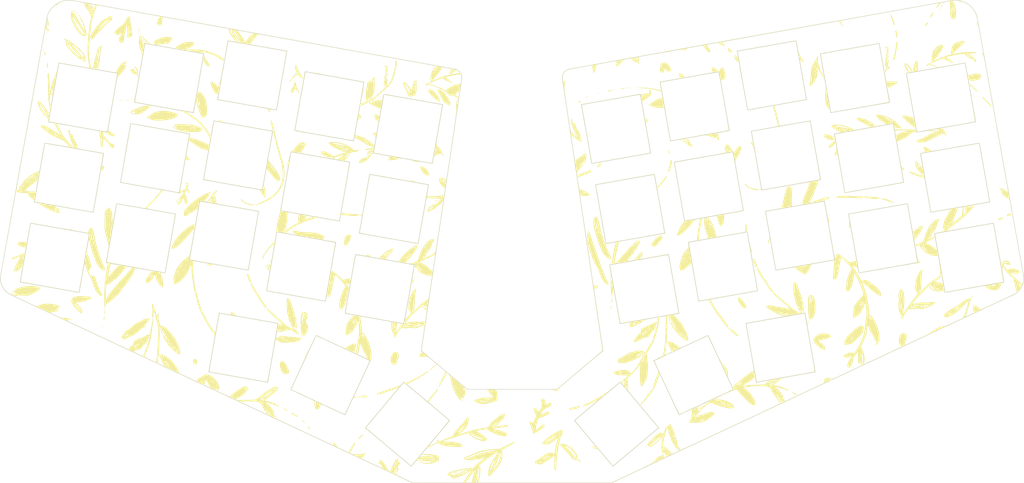
<source format=kicad_pcb>
(kicad_pcb (version 20211014) (generator pcbnew)
  (title_block (title "Top Plate for Amarilis Keyboard") (date "2023-03-17") (rev "1.0") (company "@tangzero"))
  (layers (0 "F.Cu" signal) (31 "B.Cu" signal) (34 "B.Paste" user) (35 "F.Paste" user) (36 "B.SilkS" user "B.Silkscreen") (37 "F.SilkS" user "F.Silkscreen") (38 "B.Mask" user) (39 "F.Mask" user) (44 "Edge.Cuts" user))
  (net 0 "")
  (footprint "kbd:thread_m2" (layer "F.Cu") (at 245.953531 107.631475)
    (fp_text reference "Ref**" hide)
    (fp_text value "Val**" hide)
    (pad "" np_thru_hole circle locked (at 0 0) (size 2.3 2.3) (drill 2.3) (layers F&B.Cu *.Mask))
  )
  (footprint "kbd:SW_Hole" (layer "F.Cu") (at 44.271054 85.715056 -10)
    (fp_text reference "SW11" hide)
    (fp_text value "SW_PUSH" hide)
    (fp_line (start -7 -7) (end -7 7) (layer "Edge.Cuts") (width 0.12))
    (fp_line (start -7 7) (end 7 7) (layer "Edge.Cuts") (width 0.12))
    (fp_line (start 7 7) (end 7 -7) (layer "Edge.Cuts") (width 0.12))
    (fp_line (start 7 -7) (end -7 -7) (layer "Edge.Cuts") (width 0.12))
  )
  (footprint "kbd:thread_m2" (layer "F.Cu") (at 112.976295 80.034293)
    (fp_text reference "Ref**" hide)
    (fp_text value "Val**" hide)
    (pad "" np_thru_hole circle locked (at 0 0) (size 2.3 2.3) (drill 2.3) (layers F&B.Cu *.Mask))
  )
  (footprint "kbd:SW_Hole" (layer "F.Cu") (at 110.122091 144.600068 -40)
    (fp_text reference "SW33" hide)
    (fp_text value "SW_PUSH" hide)
    (fp_line (start 2.525 -2.525) (end 16.525 -2.525) (layer "Edge.Cuts") (width 0.12))
    (fp_line (start 16.525 -2.525) (end 16.525 -16.525) (layer "Edge.Cuts") (width 0.12))
    (fp_line (start 2.525 -16.525) (end 2.525 -2.525) (layer "Edge.Cuts") (width 0.12))
    (fp_line (start 16.525 -16.525) (end 2.525 -16.525) (layer "Edge.Cuts") (width 0.12))
  )
  (footprint "kbd:thread_m2" (layer "F.Cu") (at 237.418722 59.228173)
    (fp_text reference "Ref**" hide)
    (fp_text value "Val**" hide)
    (pad "" np_thru_hole circle locked (at 0 0) (size 2.3 2.3) (drill 2.3) (layers F&B.Cu *.Mask))
  )
  (footprint "kbd:SW_Hole" (layer "F.Cu") (at 98.634005 106.521175 -10)
    (fp_text reference "SW24" hide)
    (fp_text value "SW_PUSH" hide)
    (fp_line (start 7 7) (end 7 -7) (layer "Edge.Cuts") (width 0.12))
    (fp_line (start -7 7) (end 7 7) (layer "Edge.Cuts") (width 0.12))
    (fp_line (start 7 -7) (end -7 -7) (layer "Edge.Cuts") (width 0.12))
    (fp_line (start -7 -7) (end -7 7) (layer "Edge.Cuts") (width 0.12))
  )
  (footprint "kbd:SW_Hole" (layer "F.Cu") (at 64.420827 81.144592 -10)
    (fp_text reference "SW12" hide)
    (fp_text value "SW_PUSH" hide)
    (fp_line (start 7 -7) (end -7 -7) (layer "Edge.Cuts") (width 0.12))
    (fp_line (start -7 7) (end 7 7) (layer "Edge.Cuts") (width 0.12))
    (fp_line (start 7 7) (end 7 -7) (layer "Edge.Cuts") (width 0.12))
    (fp_line (start -7 -7) (end -7 7) (layer "Edge.Cuts") (width 0.12))
  )
  (footprint "kbd:thread_m2" (layer "F.Cu") (at 183.055772 80.034293)
    (fp_text reference "Ref**" hide)
    (fp_text value "Val**" hide)
    (pad "" np_thru_hole circle locked (at 0 0) (size 2.3 2.3) (drill 2.3) (layers F&B.Cu *.Mask))
  )
  (footprint "kbd:SW_Hole" (layer "F.Cu") (at 117.047296 111.798789 -10)
    (fp_text reference "SW25" hide)
    (fp_text value "SW_PUSH" hide)
    (fp_line (start -7 -7) (end -7 7) (layer "Edge.Cuts") (width 0.12))
    (fp_line (start 7 7) (end 7 -7) (layer "Edge.Cuts") (width 0.12))
    (fp_line (start 7 -7) (end -7 -7) (layer "Edge.Cuts") (width 0.12))
    (fp_line (start -7 7) (end 7 7) (layer "Edge.Cuts") (width 0.12))
  )
  (footprint "kbd:SW_Hole" (layer "F.Cu") (at 228.303242 62.384004 10)
    (fp_text reference "SW9" hide)
    (fp_text value "SW_PUSH" hide)
    (fp_line (start -7 -7) (end -7 7) (layer "Edge.Cuts") (width 0.12))
    (fp_line (start -7 7) (end 7 7) (layer "Edge.Cuts") (width 0.12))
    (fp_line (start 7 7) (end 7 -7) (layer "Edge.Cuts") (width 0.12))
    (fp_line (start 7 -7) (end -7 -7) (layer "Edge.Cuts") (width 0.12))
  )
  (footprint "kbd:SW_Hole" (layer "F.Cu") (at 234.919238 99.90518 10)
    (fp_text reference "SW29" hide)
    (fp_text value "SW_PUSH" hide)
    (fp_line (start -7 -7) (end -7 7) (layer "Edge.Cuts") (width 0.12))
    (fp_line (start 7 7) (end 7 -7) (layer "Edge.Cuts") (width 0.12))
    (fp_line (start 7 -7) (end -7 -7) (layer "Edge.Cuts") (width 0.12))
    (fp_line (start -7 7) (end 7 7) (layer "Edge.Cuts") (width 0.12))
  )
  (footprint "kbd:SW_Hole" (layer "F.Cu") (at 185.909976 144.600067 40)
    (fp_text reference "SW34" hide)
    (fp_text value "SW_PUSH" hide)
    (fp_line (start -2.525 -2.525) (end -2.525 -16.525) (layer "Edge.Cuts") (width 0.12))
    (fp_line (start -2.525 -16.525) (end -16.525 -16.525) (layer "Edge.Cuts") (width 0.12))
    (fp_line (start -16.525 -16.525) (end -16.525 -2.525) (layer "Edge.Cuts") (width 0.12))
    (fp_line (start -16.525 -2.525) (end -2.525 -2.525) (layer "Edge.Cuts") (width 0.12))
  )
  (footprint "kbd:SW_Hole" (layer "F.Cu") (at 215.464057 99.273946 10)
    (fp_text reference "SW28" hide)
    (fp_text value "SW_PUSH" hide)
    (fp_line (start -7 -7) (end -7 7) (layer "Edge.Cuts") (width 0.12))
    (fp_line (start -7 7) (end 7 7) (layer "Edge.Cuts") (width 0.12))
    (fp_line (start 7 7) (end 7 -7) (layer "Edge.Cuts") (width 0.12))
    (fp_line (start 7 -7) (end -7 -7) (layer "Edge.Cuts") (width 0.12))
  )
  (footprint "kbd:SW_Hole" (layer "F.Cu") (at 61.112829 99.90518 -10)
    (fp_text reference "SW22" hide)
    (fp_text value "SW_PUSH" hide)
    (fp_line (start -7 7) (end 7 7) (layer "Edge.Cuts") (width 0.12))
    (fp_line (start -7 -7) (end -7 7) (layer "Edge.Cuts") (width 0.12))
    (fp_line (start 7 7) (end 7 -7) (layer "Edge.Cuts") (width 0.12))
    (fp_line (start 7 -7) (end -7 -7) (layer "Edge.Cuts") (width 0.12))
  )
  (footprint "kbd:thread_m2" (layer "F.Cu") (at 148.015842 144.252025)
    (fp_text reference "Ref**" hide)
    (fp_text value "Val**" hide)
    (pad "" np_thru_hole circle locked (at 0 0) (size 2.3 2.3) (drill 2.3) (layers F&B.Cu *.Mask))
  )
  (footprint "kbd:SW_Hole" (layer "F.Cu") (at 255.069011 104.475644 10)
    (fp_text reference "SW30" hide)
    (fp_text value "SW_PUSH" hide)
    (fp_line (start 7 -7) (end -7 -7) (layer "Edge.Cuts") (width 0.12))
    (fp_line (start -7 7) (end 7 7) (layer "Edge.Cuts") (width 0.12))
    (fp_line (start 7 7) (end 7 -7) (layer "Edge.Cuts") (width 0.12))
    (fp_line (start -7 -7) (end -7 7) (layer "Edge.Cuts") (width 0.12))
  )
  (footprint "kbd:SW_Hole" (layer "F.Cu") (at 83.876008 80.513359 -10)
    (fp_text reference "SW13" hide)
    (fp_text value "SW_PUSH" hide)
    (fp_line (start -7 7) (end 7 7) (layer "Edge.Cuts") (width 0.12))
    (fp_line (start 7 7) (end 7 -7) (layer "Edge.Cuts") (width 0.12))
    (fp_line (start -7 -7) (end -7 7) (layer "Edge.Cuts") (width 0.12))
    (fp_line (start 7 -7) (end -7 -7) (layer "Edge.Cuts") (width 0.12))
  )
  (footprint "kbd:SW_Hole" (layer "F.Cu") (at 92.856928 136.549189 -25)
    (fp_text reference "SW32" hide)
    (fp_text value "SW_PUSH" hide)
    (fp_line (start 16.525 -2.525) (end 16.525 -16.525) (layer "Edge.Cuts") (width 0.12))
    (fp_line (start 16.525 -16.525) (end 2.525 -16.525) (layer "Edge.Cuts") (width 0.12))
    (fp_line (start 2.525 -16.525) (end 2.525 -2.525) (layer "Edge.Cuts") (width 0.12))
    (fp_line (start 2.525 -2.525) (end 16.525 -2.525) (layer "Edge.Cuts") (width 0.12))
  )
  (footprint "kbd:thread_m2" (layer "F.Cu") (at 195.124261 119.284026)
    (fp_text reference "Ref**" hide)
    (fp_text value "Val**" hide)
    (pad "" np_thru_hole circle locked (at 0 0) (size 2.3 2.3) (drill 2.3) (layers F&B.Cu *.Mask))
  )
  (footprint "kbd:SW_Hole" (layer "F.Cu") (at 251.761013 85.715056 10)
    (fp_text reference "SW20" hide)
    (fp_text value "SW_PUSH" hide)
    (fp_line (start 7 -7) (end -7 -7) (layer "Edge.Cuts") (width 0.12))
    (fp_line (start -7 7) (end 7 7) (layer "Edge.Cuts") (width 0.12))
    (fp_line (start 7 7) (end 7 -7) (layer "Edge.Cuts") (width 0.12))
    (fp_line (start -7 -7) (end -7 7) (layer "Edge.Cuts") (width 0.12))
  )
  (footprint "kbd:thread_m2" (layer "F.Cu") (at 100.907806 119.284026)
    (fp_text reference "Ref**" hide)
    (fp_text value "Val**" hide)
    (pad "" np_thru_hole circle locked (at 0 0) (size 2.3 2.3) (drill 2.3) (layers F&B.Cu *.Mask))
  )
  (footprint "kbd:thread_m2" (layer "F.Cu") (at 50.078536 107.631475)
    (fp_text reference "Ref**" hide)
    (fp_text value "Val**" hide)
    (pad "" np_thru_hole circle locked (at 0 0) (size 2.3 2.3) (drill 2.3) (layers F&B.Cu *.Mask))
  )
  (footprint "kbd:SW_Hole" (layer "F.Cu") (at 190.782067 69 10)
    (fp_text reference "SW7" hide)
    (fp_text value "SW_PUSH" hide)
    (fp_line (start -7 -7) (end -7 7) (layer "Edge.Cuts") (width 0.12))
    (fp_line (start 7 7) (end 7 -7) (layer "Edge.Cuts") (width 0.12))
    (fp_line (start 7 -7) (end -7 -7) (layer "Edge.Cuts") (width 0.12))
    (fp_line (start -7 7) (end 7 7) (layer "Edge.Cuts") (width 0.12))
  )
  (footprint "kbd:SW_Hole" (layer "F.Cu") (at 105.25 69 -10)
    (fp_text reference "SW4" hide)
    (fp_text value "SW_PUSH" hide)
    (fp_line (start -7 -7) (end -7 7) (layer "Edge.Cuts") (width 0.12))
    (fp_line (start -7 7) (end 7 7) (layer "Edge.Cuts") (width 0.12))
    (fp_line (start 7 7) (end 7 -7) (layer "Edge.Cuts") (width 0.12))
    (fp_line (start 7 -7) (end -7 -7) (layer "Edge.Cuts") (width 0.12))
  )
  (footprint "kbd:SW_Hole" (layer "F.Cu") (at 87.184005 61.752771 -10)
    (fp_text reference "SW3" hide)
    (fp_text value "SW_PUSH" hide)
    (fp_line (start -7 -7) (end -7 7) (layer "Edge.Cuts") (width 0.12))
    (fp_line (start 7 -7) (end -7 -7) (layer "Edge.Cuts") (width 0.12))
    (fp_line (start 7 7) (end 7 -7) (layer "Edge.Cuts") (width 0.12))
    (fp_line (start -7 7) (end 7 7) (layer "Edge.Cuts") (width 0.12))
  )
  (footprint "kbd:SW_Hole" (layer "F.Cu") (at 120.355294 93.038201 -10)
    (fp_text reference "SW15" hide)
    (fp_text value "SW_PUSH" hide)
    (fp_line (start 7 7) (end 7 -7) (layer "Edge.Cuts") (width 0.12))
    (fp_line (start -7 7) (end 7 7) (layer "Edge.Cuts") (width 0.12))
    (fp_line (start -7 -7) (end -7 7) (layer "Edge.Cuts") (width 0.12))
    (fp_line (start 7 -7) (end -7 -7) (layer "Edge.Cuts") (width 0.12))
  )
  (footprint "kbd:thread_m2" (layer "F.Cu") (at 58.613345 59.228174)
    (fp_text reference "Ref**" hide)
    (fp_text value "Val**" hide)
    (pad "" np_thru_hole circle locked (at 0 0) (size 2.3 2.3) (drill 2.3) (layers *.Cu *.Mask))
  )
  (footprint "kbd:SW_Hole" (layer "F.Cu") (at 67.728825 62.384004 -10)
    (fp_text reference "SW2" hide)
    (fp_text value "SW_PUSH" hide)
    (fp_line (start -7 7) (end 7 7) (layer "Edge.Cuts") (width 0.12))
    (fp_line (start 7 -7) (end -7 -7) (layer "Edge.Cuts") (width 0.12))
    (fp_line (start -7 -7) (end -7 7) (layer "Edge.Cuts") (width 0.12))
    (fp_line (start 7 7) (end 7 -7) (layer "Edge.Cuts") (width 0.12))
  )
  (footprint "kbd:SW_Hole" (layer "F.Cu") (at 203.175139 136.549189 25)
    (fp_text reference "SW35" hide)
    (fp_text value "SW_PUSH" hide)
    (fp_line (start -2.525 -16.525) (end -16.525 -16.525) (layer "Edge.Cuts") (width 0.12))
    (fp_line (start -16.525 -16.525) (end -16.525 -2.525) (layer "Edge.Cuts") (width 0.12))
    (fp_line (start -16.525 -2.525) (end -2.525 -2.525) (layer "Edge.Cuts") (width 0.12))
    (fp_line (start -2.525 -2.525) (end -2.525 -16.525) (layer "Edge.Cuts") (width 0.12))
  )
  (footprint "custom:top-plate-pattern" (layer "F.Cu") (at 148 100.65)
    (fp_text reference "G***" hide)
    (fp_text value "LOGO" hide)
  )
  (footprint "kbd:SW_Hole" (layer "F.Cu") (at 80.56801 99.273946 -10)
    (fp_text reference "SW23" hide)
    (fp_text value "SW_PUSH" hide)
    (fp_line (start -7 7) (end 7 7) (layer "Edge.Cuts") (width 0.12))
    (fp_line (start -7 -7) (end -7 7) (layer "Edge.Cuts") (width 0.12))
    (fp_line (start 7 -7) (end -7 -7) (layer "Edge.Cuts") (width 0.12))
    (fp_line (start 7 7) (end 7 -7) (layer "Edge.Cuts") (width 0.12))
  )
  (footprint "kbd:SW_Hole" (layer "F.Cu") (at 172.368775 74.277613 10)
    (fp_text reference "SW6" hide)
    (fp_text value "SW_PUSH" hide)
    (fp_line (start 7 7) (end 7 -7) (layer "Edge.Cuts") (width 0.12))
    (fp_line (start 7 -7) (end -7 -7) (layer "Edge.Cuts") (width 0.12))
    (fp_line (start -7 -7) (end -7 7) (layer "Edge.Cuts") (width 0.12))
    (fp_line (start -7 7) (end 7 7) (layer "Edge.Cuts") (width 0.12))
  )
  (footprint "kbd:SW_Hole" (layer "F.Cu") (at 208.848062 61.752771 10)
    (fp_text reference "SW8" hide)
    (fp_text value "SW_PUSH" hide)
    (fp_line (start -7 7) (end 7 7) (layer "Edge.Cuts") (width 0.12))
    (fp_line (start 7 7) (end 7 -7) (layer "Edge.Cuts") (width 0.12))
    (fp_line (start -7 -7) (end -7 7) (layer "Edge.Cuts") (width 0.12))
    (fp_line (start 7 -7) (end -7 -7) (layer "Edge.Cuts") (width 0.12))
  )
  (footprint "kbd:SW_Hole" (layer "F.Cu") (at 123.663292 74.277613 -10)
    (fp_text reference "SW5" hide)
    (fp_text value "SW_PUSH" hide)
    (fp_line (start 7 -7) (end -7 -7) (layer "Edge.Cuts") (width 0.12))
    (fp_line (start -7 -7) (end -7 7) (layer "Edge.Cuts") (width 0.12))
    (fp_line (start -7 7) (end 7 7) (layer "Edge.Cuts") (width 0.12))
    (fp_line (start 7 7) (end 7 -7) (layer "Edge.Cuts") (width 0.12))
  )
  (footprint "kbd:SW_Hole" (layer "F.Cu") (at 212.156059 80.513359 10)
    (fp_text reference "SW18" hide)
    (fp_text value "SW_PUSH" hide)
    (fp_line (start 7 7) (end 7 -7) (layer "Edge.Cuts") (width 0.12))
    (fp_line (start 7 -7) (end -7 -7) (layer "Edge.Cuts") (width 0.12))
    (fp_line (start -7 -7) (end -7 7) (layer "Edge.Cuts") (width 0.12))
    (fp_line (start -7 7) (end 7 7) (layer "Edge.Cuts") (width 0.12))
  )
  (footprint "kbd:SW_Hole" (layer "F.Cu") (at 85.130633 125.514897 -10)
    (fp_text reference "SW31" hide)
    (fp_text value "SW_PUSH" hide)
    (fp_line (start -7 7) (end 7 7) (layer "Edge.Cuts") (width 0.12))
    (fp_line (start 7 -7) (end -7 -7) (layer "Edge.Cuts") (width 0.12))
    (fp_line (start -7 -7) (end -7 7) (layer "Edge.Cuts") (width 0.12))
    (fp_line (start 7 7) (end 7 -7) (layer "Edge.Cuts") (width 0.12))
  )
  (footprint "kbd:SW_Hole" (layer "F.Cu") (at 248.453015 66.954468 10)
    (fp_text reference "SW10" hide)
    (fp_text value "SW_PUSH" hide)
    (fp_line (start 7 -7) (end -7 -7) (layer "Edge.Cuts") (width 0.12))
    (fp_line (start -7 -7) (end -7 7) (layer "Edge.Cuts") (width 0.12))
    (fp_line (start 7 7) (end 7 -7) (layer "Edge.Cuts") (width 0.12))
    (fp_line (start -7 7) (end 7 7) (layer "Edge.Cuts") (width 0.12))
  )
  (footprint "kbd:SW_Hole" (layer "F.Cu") (at 40.963056 104.475644 -10)
    (fp_text reference "SW21" hide)
    (fp_text value "SW_PUSH" hide)
    (fp_line (start -7 -7) (end -7 7) (layer "Edge.Cuts") (width 0.12))
    (fp_line (start 7 -7) (end -7 -7) (layer "Edge.Cuts") (width 0.12))
    (fp_line (start -7 7) (end 7 7) (layer "Edge.Cuts") (width 0.12))
    (fp_line (start 7 7) (end 7 -7) (layer "Edge.Cuts") (width 0.12))
  )
  (footprint "kbd:SW_Hole" (layer "F.Cu") (at 197.398062 106.521175 10)
    (fp_text reference "SW27" hide)
    (fp_text value "SW_PUSH" hide)
    (fp_line (start 7 -7) (end -7 -7) (layer "Edge.Cuts") (width 0.12))
    (fp_line (start 7 7) (end 7 -7) (layer "Edge.Cuts") (width 0.12))
    (fp_line (start -7 7) (end 7 7) (layer "Edge.Cuts") (width 0.12))
    (fp_line (start -7 -7) (end -7 7) (layer "Edge.Cuts") (width 0.12))
  )
  (footprint "kbd:SW_Hole" (layer "F.Cu") (at 101.942002 87.760588 -10)
    (fp_text reference "SW14" hide)
    (fp_text value "SW_PUSH" hide)
    (fp_line (start -7 -7) (end -7 7) (layer "Edge.Cuts") (width 0.12))
    (fp_line (start -7 7) (end 7 7) (layer "Edge.Cuts") (width 0.12))
    (fp_line (start 7 -7) (end -7 -7) (layer "Edge.Cuts") (width 0.12))
    (fp_line (start 7 7) (end 7 -7) (layer "Edge.Cuts") (width 0.12))
  )
  (footprint "kbd:SW_Hole" (layer "F.Cu") (at 210.901434 125.514897 10)
    (fp_text reference "SW36" hide)
    (fp_text value "SW_PUSH" hide)
    (fp_line (start -7 -7) (end -7 7) (layer "Edge.Cuts") (width 0.12))
    (fp_line (start 7 -7) (end -7 -7) (layer "Edge.Cuts") (width 0.12))
    (fp_line (start -7 7) (end 7 7) (layer "Edge.Cuts") (width 0.12))
    (fp_line (start 7 7) (end 7 -7) (layer "Edge.Cuts") (width 0.12))
  )
  (footprint "kbd:SW_Hole" (layer "F.Cu") (at 178.984771 111.798788 10)
    (fp_text reference "SW26" hide)
    (fp_text value "SW_PUSH" hide)
    (fp_line (start 7 -7) (end -7 -7) (layer "Edge.Cuts") (width 0.12))
    (fp_line (start -7 7) (end 7 7) (layer "Edge.Cuts") (width 0.12))
    (fp_line (start 7 7) (end 7 -7) (layer "Edge.Cuts") (width 0.12))
    (fp_line (start -7 -7) (end -7 7) (layer "Edge.Cuts") (width 0.12))
  )
  (footprint "kbd:SW_Hole" (layer "F.Cu") (at 231.61124 81.144592 10)
    (fp_text reference "SW19" hide)
    (fp_text value "SW_PUSH" hide)
    (fp_line (start -7 7) (end 7 7) (layer "Edge.Cuts") (width 0.12))
    (fp_line (start -7 -7) (end -7 7) (layer "Edge.Cuts") (width 0.12))
    (fp_line (start 7 7) (end 7 -7) (layer "Edge.Cuts") (width 0.12))
    (fp_line (start 7 -7) (end -7 -7) (layer "Edge.Cuts") (width 0.12))
  )
  (footprint "kbd:SW_Hole" (layer "F.Cu") (at 194.090064 87.760587 10)
    (fp_text reference "SW17" hide)
    (fp_text value "SW_PUSH" hide)
    (fp_line (start -7 7) (end 7 7) (layer "Edge.Cuts") (width 0.12))
    (fp_line (start 7 7) (end 7 -7) (layer "Edge.Cuts") (width 0.12))
    (fp_line (start -7 -7) (end -7 7) (layer "Edge.Cuts") (width 0.12))
    (fp_line (start 7 -7) (end -7 -7) (layer "Edge.Cuts") (width 0.12))
  )
  (footprint "kbd:SW_Hole" (layer "F.Cu") (at 47.579052 66.954469 -10)
    (fp_text reference "SW1" hide)
    (fp_text value "SW_PUSH" hide)
    (fp_line (start -7 -7) (end -7 7) (layer "Edge.Cuts") (width 0.12))
    (fp_line (start 7 -7) (end -7 -7) (layer "Edge.Cuts") (width 0.12))
    (fp_line (start 7 7) (end 7 -7) (layer "Edge.Cuts") (width 0.12))
    (fp_line (start -7 7) (end 7 7) (layer "Edge.Cuts") (width 0.12))
  )
  (footprint "kbd:SW_Hole" (layer "F.Cu") (at 175.676773 93.038201 10)
    (fp_text reference "SW16" hide)
    (fp_text value "SW_PUSH" hide)
    (fp_line (start 7 7) (end 7 -7) (layer "Edge.Cuts") (width 0.12))
    (fp_line (start 7 -7) (end -7 -7) (layer "Edge.Cuts") (width 0.12))
    (fp_line (start -7 7) (end 7 7) (layer "Edge.Cuts") (width 0.12))
    (fp_line (start -7 -7) (end -7 7) (layer "Edge.Cuts") (width 0.12))
  )
  (gr_arc (start 159.8 62.5) (mid 160.145841 61.097639) (end 161.35 60.3) (layer "Edge.Cuts") (width 0.1))
  (gr_line (start 124.8 157.2) (end 171.25 157.2) (layer "Edge.Cuts") (width 0.1))
  (gr_line (start 136.25 62.5) (end 126.75 126.25) (layer "Edge.Cuts") (width 0.1))
  (gr_line (start 137.5 135.25) (end 158.55 135.25) (layer "Edge.Cuts") (width 0.1))
  (gr_arc (start 134.7 60.3) (mid 135.904159 61.097638) (end 136.25 62.5) (layer "Edge.Cuts") (width 0.1))
  (gr_line (start 169.3 126.25) (end 159.8 62.5) (layer "Edge.Cuts") (width 0.1))
  (gr_line (start 28.2 109) (end 39.2 47.8) (layer "Edge.Cuts") (width 0.1))
  (gr_line (start 265.25 113.2) (end 171.25 157.2) (layer "Edge.Cuts") (width 0.1))
  (gr_arc (start 30.8 113.2) (mid 28.83524 111.511518) (end 28.2 109) (layer "Edge.Cuts") (width 0.1))
  (gr_line (start 161.35 60.3) (end 251.05 44.2) (layer "Edge.Cuts") (width 0.1))
  (gr_arc (start 267.85 109) (mid 267.21476 111.511518) (end 265.25 113.2) (layer "Edge.Cuts") (width 0.1))
  (gr_line (start 256.85 47.8) (end 267.85 109) (layer "Edge.Cuts") (width 0.1))
  (gr_line (start 158.55 135.25) (end 169.3 126.25) (layer "Edge.Cuts") (width 0.1))
  (gr_line (start 124.8 157.2) (end 30.8 113.2) (layer "Edge.Cuts") (width 0.1))
  (gr_line (start 45 44.2) (end 134.7 60.3) (layer "Edge.Cuts") (width 0.1))
  (gr_arc (start 39.2 47.8) (mid 41.456213 44.962788) (end 45 44.2) (layer "Edge.Cuts") (width 0.1))
  (gr_line (start 126.75 126.25) (end 137.5 135.25) (layer "Edge.Cuts") (width 0.1))
  (gr_arc (start 251.05 44.2) (mid 254.593787 44.962788) (end 256.85 47.8) (layer "Edge.Cuts") (width 0.1))
)
</source>
